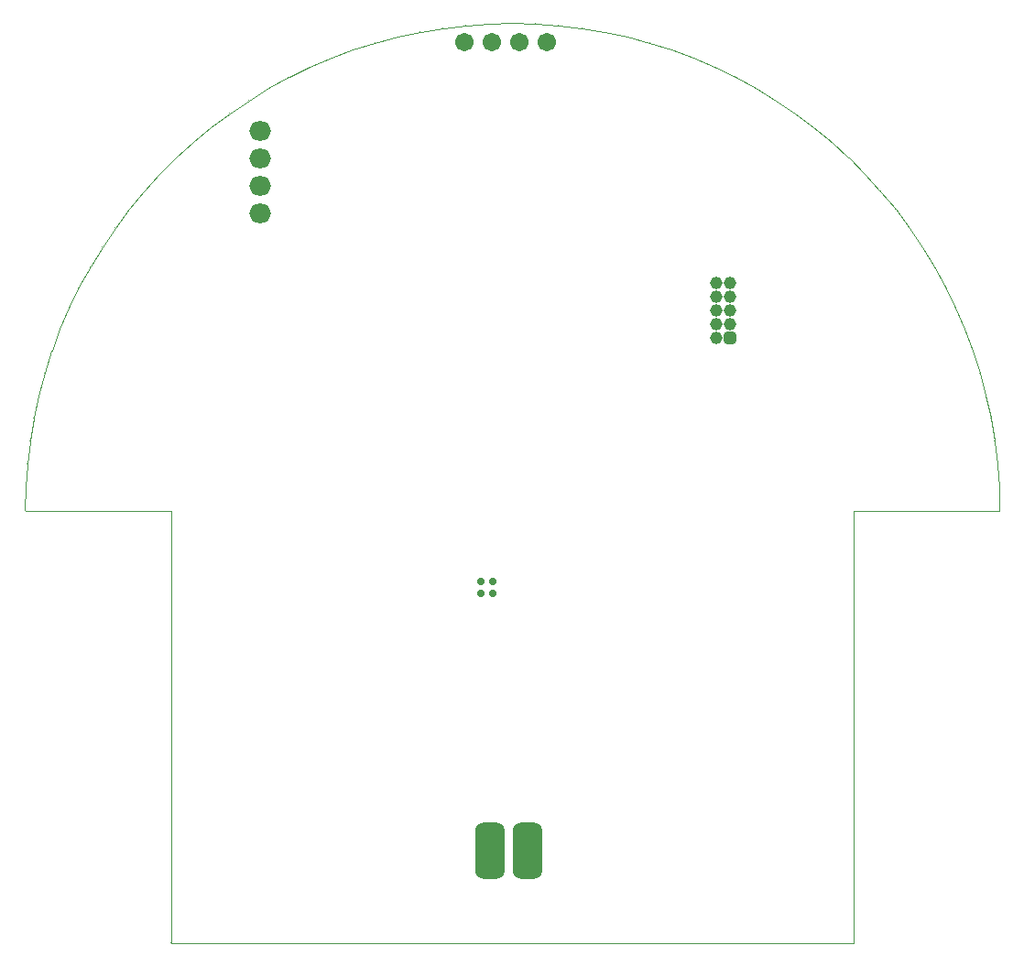
<source format=gbs>
%FSLAX25Y25*%
%MOIN*%
G70*
G01*
G75*
G04 Layer_Color=16711935*
%ADD10R,0.03189X0.06299*%
%ADD11R,0.08268X0.11811*%
G04:AMPARAMS|DCode=12|XSize=98.43mil|YSize=196.85mil|CornerRadius=24.61mil|HoleSize=0mil|Usage=FLASHONLY|Rotation=180.000|XOffset=0mil|YOffset=0mil|HoleType=Round|Shape=RoundedRectangle|*
%AMROUNDEDRECTD12*
21,1,0.09843,0.14764,0,0,180.0*
21,1,0.04921,0.19685,0,0,180.0*
1,1,0.04921,-0.02461,0.07382*
1,1,0.04921,0.02461,0.07382*
1,1,0.04921,0.02461,-0.07382*
1,1,0.04921,-0.02461,-0.07382*
%
%ADD12ROUNDEDRECTD12*%
%ADD13C,0.05906*%
%ADD14R,0.07087X0.07087*%
%ADD15O,0.00984X0.03543*%
%ADD16O,0.03543X0.00984*%
G04:AMPARAMS|DCode=17|XSize=11.81mil|YSize=47.24mil|CornerRadius=2.95mil|HoleSize=0mil|Usage=FLASHONLY|Rotation=180.000|XOffset=0mil|YOffset=0mil|HoleType=Round|Shape=RoundedRectangle|*
%AMROUNDEDRECTD17*
21,1,0.01181,0.04134,0,0,180.0*
21,1,0.00591,0.04724,0,0,180.0*
1,1,0.00591,-0.00295,0.02067*
1,1,0.00591,0.00295,0.02067*
1,1,0.00591,0.00295,-0.02067*
1,1,0.00591,-0.00295,-0.02067*
%
%ADD17ROUNDEDRECTD17*%
G04:AMPARAMS|DCode=18|XSize=11.81mil|YSize=47.24mil|CornerRadius=2.95mil|HoleSize=0mil|Usage=FLASHONLY|Rotation=90.000|XOffset=0mil|YOffset=0mil|HoleType=Round|Shape=RoundedRectangle|*
%AMROUNDEDRECTD18*
21,1,0.01181,0.04134,0,0,90.0*
21,1,0.00591,0.04724,0,0,90.0*
1,1,0.00591,0.02067,0.00295*
1,1,0.00591,0.02067,-0.00295*
1,1,0.00591,-0.02067,-0.00295*
1,1,0.00591,-0.02067,0.00295*
%
%ADD18ROUNDEDRECTD18*%
G04:AMPARAMS|DCode=19|XSize=41.34mil|YSize=47.24mil|CornerRadius=10.34mil|HoleSize=0mil|Usage=FLASHONLY|Rotation=180.000|XOffset=0mil|YOffset=0mil|HoleType=Round|Shape=RoundedRectangle|*
%AMROUNDEDRECTD19*
21,1,0.04134,0.02658,0,0,180.0*
21,1,0.02067,0.04724,0,0,180.0*
1,1,0.02067,-0.01034,0.01329*
1,1,0.02067,0.01034,0.01329*
1,1,0.02067,0.01034,-0.01329*
1,1,0.02067,-0.01034,-0.01329*
%
%ADD19ROUNDEDRECTD19*%
G04:AMPARAMS|DCode=20|XSize=41.34mil|YSize=47.24mil|CornerRadius=10.34mil|HoleSize=0mil|Usage=FLASHONLY|Rotation=270.000|XOffset=0mil|YOffset=0mil|HoleType=Round|Shape=RoundedRectangle|*
%AMROUNDEDRECTD20*
21,1,0.04134,0.02658,0,0,270.0*
21,1,0.02067,0.04724,0,0,270.0*
1,1,0.02067,-0.01329,-0.01034*
1,1,0.02067,-0.01329,0.01034*
1,1,0.02067,0.01329,0.01034*
1,1,0.02067,0.01329,-0.01034*
%
%ADD20ROUNDEDRECTD20*%
G04:AMPARAMS|DCode=21|XSize=21.65mil|YSize=39.37mil|CornerRadius=5.41mil|HoleSize=0mil|Usage=FLASHONLY|Rotation=270.000|XOffset=0mil|YOffset=0mil|HoleType=Round|Shape=RoundedRectangle|*
%AMROUNDEDRECTD21*
21,1,0.02165,0.02854,0,0,270.0*
21,1,0.01083,0.03937,0,0,270.0*
1,1,0.01083,-0.01427,-0.00541*
1,1,0.01083,-0.01427,0.00541*
1,1,0.01083,0.01427,0.00541*
1,1,0.01083,0.01427,-0.00541*
%
%ADD21ROUNDEDRECTD21*%
%ADD22C,0.01575*%
%ADD23C,0.00787*%
%ADD24C,0.00394*%
%ADD25C,0.00394*%
%ADD26O,0.07087X0.06299*%
G04:AMPARAMS|DCode=27|XSize=37.4mil|YSize=37.4mil|CornerRadius=9.35mil|HoleSize=0mil|Usage=FLASHONLY|Rotation=90.000|XOffset=0mil|YOffset=0mil|HoleType=Round|Shape=RoundedRectangle|*
%AMROUNDEDRECTD27*
21,1,0.03740,0.01870,0,0,90.0*
21,1,0.01870,0.03740,0,0,90.0*
1,1,0.01870,0.00935,0.00935*
1,1,0.01870,0.00935,-0.00935*
1,1,0.01870,-0.00935,-0.00935*
1,1,0.01870,-0.00935,0.00935*
%
%ADD27ROUNDEDRECTD27*%
%ADD28C,0.03740*%
%ADD29C,0.01969*%
%ADD30C,0.03937*%
%ADD31C,0.00984*%
%ADD32C,0.01000*%
%ADD33R,0.03989X0.07099*%
%ADD34R,0.09068X0.12611*%
G04:AMPARAMS|DCode=35|XSize=106.42mil|YSize=204.85mil|CornerRadius=28.61mil|HoleSize=0mil|Usage=FLASHONLY|Rotation=180.000|XOffset=0mil|YOffset=0mil|HoleType=Round|Shape=RoundedRectangle|*
%AMROUNDEDRECTD35*
21,1,0.10642,0.14764,0,0,180.0*
21,1,0.04921,0.20485,0,0,180.0*
1,1,0.05721,-0.02461,0.07382*
1,1,0.05721,0.02461,0.07382*
1,1,0.05721,0.02461,-0.07382*
1,1,0.05721,-0.02461,-0.07382*
%
%ADD35ROUNDEDRECTD35*%
%ADD36C,0.06706*%
%ADD37R,0.07887X0.07887*%
%ADD38O,0.01784X0.04343*%
%ADD39O,0.04343X0.01784*%
G04:AMPARAMS|DCode=40|XSize=19.81mil|YSize=55.24mil|CornerRadius=6.95mil|HoleSize=0mil|Usage=FLASHONLY|Rotation=180.000|XOffset=0mil|YOffset=0mil|HoleType=Round|Shape=RoundedRectangle|*
%AMROUNDEDRECTD40*
21,1,0.01981,0.04134,0,0,180.0*
21,1,0.00591,0.05524,0,0,180.0*
1,1,0.01391,-0.00295,0.02067*
1,1,0.01391,0.00295,0.02067*
1,1,0.01391,0.00295,-0.02067*
1,1,0.01391,-0.00295,-0.02067*
%
%ADD40ROUNDEDRECTD40*%
G04:AMPARAMS|DCode=41|XSize=19.81mil|YSize=55.24mil|CornerRadius=6.95mil|HoleSize=0mil|Usage=FLASHONLY|Rotation=90.000|XOffset=0mil|YOffset=0mil|HoleType=Round|Shape=RoundedRectangle|*
%AMROUNDEDRECTD41*
21,1,0.01981,0.04134,0,0,90.0*
21,1,0.00591,0.05524,0,0,90.0*
1,1,0.01391,0.02067,0.00295*
1,1,0.01391,0.02067,-0.00295*
1,1,0.01391,-0.02067,-0.00295*
1,1,0.01391,-0.02067,0.00295*
%
%ADD41ROUNDEDRECTD41*%
G04:AMPARAMS|DCode=42|XSize=49.34mil|YSize=55.24mil|CornerRadius=14.34mil|HoleSize=0mil|Usage=FLASHONLY|Rotation=180.000|XOffset=0mil|YOffset=0mil|HoleType=Round|Shape=RoundedRectangle|*
%AMROUNDEDRECTD42*
21,1,0.04934,0.02658,0,0,180.0*
21,1,0.02067,0.05524,0,0,180.0*
1,1,0.02867,-0.01034,0.01329*
1,1,0.02867,0.01034,0.01329*
1,1,0.02867,0.01034,-0.01329*
1,1,0.02867,-0.01034,-0.01329*
%
%ADD42ROUNDEDRECTD42*%
G04:AMPARAMS|DCode=43|XSize=49.34mil|YSize=55.24mil|CornerRadius=14.34mil|HoleSize=0mil|Usage=FLASHONLY|Rotation=270.000|XOffset=0mil|YOffset=0mil|HoleType=Round|Shape=RoundedRectangle|*
%AMROUNDEDRECTD43*
21,1,0.04934,0.02658,0,0,270.0*
21,1,0.02067,0.05524,0,0,270.0*
1,1,0.02867,-0.01329,-0.01034*
1,1,0.02867,-0.01329,0.01034*
1,1,0.02867,0.01329,0.01034*
1,1,0.02867,0.01329,-0.01034*
%
%ADD43ROUNDEDRECTD43*%
G04:AMPARAMS|DCode=44|XSize=29.65mil|YSize=47.37mil|CornerRadius=9.41mil|HoleSize=0mil|Usage=FLASHONLY|Rotation=270.000|XOffset=0mil|YOffset=0mil|HoleType=Round|Shape=RoundedRectangle|*
%AMROUNDEDRECTD44*
21,1,0.02965,0.02854,0,0,270.0*
21,1,0.01083,0.04737,0,0,270.0*
1,1,0.01883,-0.01427,-0.00541*
1,1,0.01883,-0.01427,0.00541*
1,1,0.01883,0.01427,0.00541*
1,1,0.01883,0.01427,-0.00541*
%
%ADD44ROUNDEDRECTD44*%
%ADD45O,0.07887X0.07099*%
G04:AMPARAMS|DCode=46|XSize=45.4mil|YSize=45.4mil|CornerRadius=13.35mil|HoleSize=0mil|Usage=FLASHONLY|Rotation=90.000|XOffset=0mil|YOffset=0mil|HoleType=Round|Shape=RoundedRectangle|*
%AMROUNDEDRECTD46*
21,1,0.04540,0.01870,0,0,90.0*
21,1,0.01870,0.04540,0,0,90.0*
1,1,0.02670,0.00935,0.00935*
1,1,0.02670,0.00935,-0.00935*
1,1,0.02670,-0.00935,-0.00935*
1,1,0.02670,-0.00935,0.00935*
%
%ADD46ROUNDEDRECTD46*%
%ADD47C,0.04540*%
%ADD48C,0.02769*%
D24*
X95893Y306684D02*
G03*
X95885Y306690I-110J-163D01*
G01*
X95894Y306684D02*
G03*
X95885Y306690I-111J-162D01*
G01*
X88685Y311078D02*
G03*
X88677Y311083I-103J-168D01*
G01*
X102884Y301953D02*
G03*
X102876Y301958I-118J-158D01*
G01*
X102884Y301953D02*
G03*
X102875Y301959I-118J-158D01*
G01*
X81269Y315128D02*
G03*
X81267Y315129I-87J-177D01*
G01*
X81276Y315124D02*
G03*
X81269Y315128I-94J-173D01*
G01*
X81276Y315124D02*
G03*
X81268Y315128I-94J-173D01*
G01*
X73682Y318813D02*
G03*
X73675Y318817I-85J-178D01*
G01*
X73684Y318812D02*
G03*
X73682Y318813I-87J-177D01*
G01*
X73683Y318813D02*
G03*
X73675Y318817I-86J-177D01*
G01*
X88685Y311078D02*
G03*
X88677Y311083I-103J-168D01*
G01*
X122397Y285840D02*
G03*
X122390Y285847I-139J-139D01*
G01*
X128366Y279872D02*
G03*
X128360Y279878I-145J-133D01*
G01*
X128367Y279870D02*
G03*
X128366Y279872I-146J-132D01*
G01*
X122391Y285846D02*
G03*
X122390Y285847I-133J-145D01*
G01*
X122397Y285840D02*
G03*
X122391Y285846I-139J-139D01*
G01*
X134045Y273624D02*
G03*
X134038Y273631I-152J-125D01*
G01*
X128366Y279871D02*
G03*
X128360Y279878I-146J-132D01*
G01*
X109642Y296894D02*
G03*
X109634Y296899I-125J-152D01*
G01*
X109642Y296894D02*
G03*
X109634Y296899I-125J-152D01*
G01*
X116150Y291519D02*
G03*
X116144Y291525I-132J-146D01*
G01*
X116152Y291518D02*
G03*
X116150Y291519I-133J-145D01*
G01*
X116151Y291519D02*
G03*
X116144Y291525I-132J-146D01*
G01*
X25247Y333036D02*
G03*
X25236Y333038I-34J-194D01*
G01*
X25246Y333037D02*
G03*
X25236Y333038I-33J-194D01*
G01*
X16864Y334039D02*
G03*
X16855Y334040I-23J-196D01*
G01*
X33570Y331637D02*
G03*
X33561Y331638I-42J-192D01*
G01*
X33571Y331637D02*
G03*
X33570Y331637I-42J-192D01*
G01*
X33571Y331637D02*
G03*
X33560Y331639I-42J-192D01*
G01*
X8444Y334641D02*
G03*
X8433Y334642I-14J-196D01*
G01*
X8444Y334641D02*
G03*
X8434Y334642I-14J-196D01*
G01*
X6Y334842D02*
G03*
X-5Y334843I-6J-197D01*
G01*
X16864Y334039D02*
G03*
X16855Y334040I-23J-196D01*
G01*
X58013Y325086D02*
G03*
X58005Y325089I-68J-185D01*
G01*
X58015Y325086D02*
G03*
X58013Y325086I-69J-184D01*
G01*
X65923Y322136D02*
G03*
X65914Y322140I-78J-181D01*
G01*
X58014Y325086D02*
G03*
X58005Y325089I-69J-184D01*
G01*
X65915Y322139D02*
G03*
X65914Y322140I-69J-184D01*
G01*
X65923Y322136D02*
G03*
X65915Y322139I-78J-181D01*
G01*
X41819Y329842D02*
G03*
X41810Y329844I-51J-190D01*
G01*
X41820Y329842D02*
G03*
X41819Y329842I-51J-190D01*
G01*
X41819Y329842D02*
G03*
X41810Y329844I-51J-190D01*
G01*
X49973Y327657D02*
G03*
X49964Y327660I-60J-188D01*
G01*
X49964Y327659D02*
G03*
X49964Y327660I-51J-190D01*
G01*
X49973Y327657D02*
G03*
X49964Y327659I-60J-188D01*
G01*
X172364Y199291D02*
G03*
X172362Y199300I-192J-42D01*
G01*
X172364Y199290D02*
G03*
X172364Y199291I-192J-42D01*
G01*
X170179Y207445D02*
G03*
X170176Y207454I-190J-51D01*
G01*
X170179Y207444D02*
G03*
X170179Y207445I-190J-51D01*
G01*
X172362Y199299D02*
G03*
X172362Y199300I-190J-51D01*
G01*
X172364Y199291D02*
G03*
X172362Y199299I-192J-42D01*
G01*
X174158Y191041D02*
G03*
X174156Y191051I-194J-32D01*
G01*
X174158Y191042D02*
G03*
X174156Y191051I-194J-33D01*
G01*
X167609Y215485D02*
G03*
X167606Y215494I-188J-60D01*
G01*
X167606Y215494D02*
G03*
X167606Y215495I-185J-68D01*
G01*
X167609Y215485D02*
G03*
X167606Y215494I-188J-60D01*
G01*
X164659Y223395D02*
G03*
X164656Y223404I-184J-69D01*
G01*
X164659Y223394D02*
G03*
X164659Y223395I-185J-68D01*
G01*
X170179Y207445D02*
G03*
X170176Y207454I-190J-51D01*
G01*
X177162Y165914D02*
G03*
X177161Y165924I-197J-3D01*
G01*
X177162Y165910D02*
G03*
X177162Y165914I-197J0D01*
G01*
X176560Y174335D02*
G03*
X176559Y174344I-196J-14D01*
G01*
X177162Y165915D02*
G03*
X177161Y165924I-197J-5D01*
G01*
X177362Y157480D02*
G03*
X177362Y157485I-197J0D01*
G01*
X177362Y157480D02*
G03*
X177362Y157486I-197J0D01*
G01*
X177165Y157283D02*
G03*
X177362Y157480I0J197D01*
G01*
X177165Y157283D02*
G03*
X177362Y157480I0J197D01*
G01*
X175558Y182717D02*
G03*
X175556Y182726I-196J-23D01*
G01*
X176560Y174335D02*
G03*
X176559Y174344I-196J-14D01*
G01*
X175558Y182717D02*
G03*
X175556Y182727I-196J-23D01*
G01*
X149209Y253366D02*
G03*
X149203Y253375I-168J-103D01*
G01*
X149209Y253366D02*
G03*
X149204Y253374I-168J-103D01*
G01*
X144478Y260356D02*
G03*
X144472Y260364I-164J-109D01*
G01*
X153603Y246157D02*
G03*
X153598Y246165I-173J-94D01*
G01*
X153603Y246157D02*
G03*
X153598Y246165I-173J-94D01*
G01*
X139419Y267115D02*
G03*
X139413Y267122I-158J-118D01*
G01*
X139419Y267115D02*
G03*
X139413Y267122I-158J-118D01*
G01*
X134039Y273631D02*
G03*
X134038Y273632I-146J-132D01*
G01*
X134045Y273624D02*
G03*
X134039Y273631I-152J-125D01*
G01*
X144478Y260357D02*
G03*
X144472Y260364I-163J-110D01*
G01*
X161333Y231163D02*
G03*
X161332Y231164I-178J-85D01*
G01*
X161336Y231155D02*
G03*
X161333Y231163I-181J-78D01*
G01*
X161336Y231155D02*
G03*
X161332Y231164I-181J-78D01*
G01*
X157648Y238749D02*
G03*
X157644Y238757I-177J-87D01*
G01*
X157648Y238747D02*
G03*
X157648Y238749I-178J-85D01*
G01*
X164659Y223395D02*
G03*
X164656Y223404I-184J-69D01*
G01*
X157648Y238748D02*
G03*
X157644Y238757I-177J-86D01*
G01*
X124016Y-197D02*
G03*
X124213Y0I0J197D01*
G01*
X124016Y-197D02*
G03*
X124213Y0I0J197D01*
G01*
X5Y334843D02*
G03*
X-6Y334842I-5J-197D01*
G01*
X-8433Y334642D02*
G03*
X-8444Y334641I3J-197D01*
G01*
X-8435Y334642D02*
G03*
X-8444Y334641I5J-197D01*
G01*
X-16855Y334040D02*
G03*
X-16864Y334039I14J-196D01*
G01*
X-16855Y334040D02*
G03*
X-16864Y334039I14J-196D01*
G01*
X-25237Y333038D02*
G03*
X-25246Y333037I23J-196D01*
G01*
X-25237Y333038D02*
G03*
X-25247Y333036I23J-196D01*
G01*
X-33560Y331639D02*
G03*
X-33571Y331637I32J-194D01*
G01*
X-33562Y331638D02*
G03*
X-33571Y331637I33J-194D01*
G01*
X-41810Y329844D02*
G03*
X-41819Y329842I42J-192D01*
G01*
X-41819Y329842D02*
G03*
X-41820Y329842I51J-190D01*
G01*
X-41810Y329844D02*
G03*
X-41819Y329842I42J-192D01*
G01*
X-49965Y327659D02*
G03*
X-49973Y327657I51J-190D01*
G01*
X-49964Y327660D02*
G03*
X-49965Y327659I51J-190D01*
G01*
X-49964Y327660D02*
G03*
X-49973Y327657I51J-190D01*
G01*
X-58005Y325089D02*
G03*
X-58014Y325086I60J-188D01*
G01*
X-58013Y325086D02*
G03*
X-58015Y325086I68J-185D01*
G01*
X-58005Y325089D02*
G03*
X-58013Y325086I60J-188D01*
G01*
X-65915Y322139D02*
G03*
X-65923Y322136I69J-184D01*
G01*
X-65914Y322140D02*
G03*
X-65915Y322139I68J-185D01*
G01*
X-65915Y322139D02*
G03*
X-65923Y322136I69J-184D01*
G01*
X-73675Y318817D02*
G03*
X-73683Y318813I78J-181D01*
G01*
X-73682Y318813D02*
G03*
X-73684Y318812I85J-178D01*
G01*
X-73675Y318817D02*
G03*
X-73682Y318813I78J-181D01*
G01*
X-81269Y315128D02*
G03*
X-81276Y315124I87J-177D01*
G01*
X-81267Y315129D02*
G03*
X-81269Y315128I85J-178D01*
G01*
X-81268Y315128D02*
G03*
X-81276Y315124I86J-177D01*
G01*
X-88677Y311083D02*
G03*
X-88685Y311078I94J-173D01*
G01*
X-88677Y311083D02*
G03*
X-88685Y311078I94J-173D01*
G01*
X-95885Y306689D02*
G03*
X-95893Y306684I103J-168D01*
G01*
X-95885Y306689D02*
G03*
X-95894Y306684I103J-168D01*
G01*
X-102875Y301959D02*
G03*
X-102884Y301953I109J-164D01*
G01*
X-102876Y301958D02*
G03*
X-102884Y301953I110J-163D01*
G01*
X-109634Y296899D02*
G03*
X-109642Y296894I118J-158D01*
G01*
X-109634Y296899D02*
G03*
X-109642Y296894I118J-158D01*
G01*
X-116144Y291525D02*
G03*
X-116151Y291519I125J-152D01*
G01*
X-116150Y291519D02*
G03*
X-116152Y291518I132J-146D01*
G01*
X-116144Y291525D02*
G03*
X-116150Y291519I125J-152D01*
G01*
X-122391Y285846D02*
G03*
X-122397Y285840I133J-145D01*
G01*
X-122390Y285847D02*
G03*
X-122391Y285846I132J-146D01*
G01*
X-122391Y285847D02*
G03*
X-122397Y285840I132J-146D01*
G01*
X-128360Y279878D02*
G03*
X-128366Y279871I139J-139D01*
G01*
X-128366Y279872D02*
G03*
X-128367Y279870I145J-133D01*
G01*
X-128360Y279878D02*
G03*
X-128366Y279872I139J-139D01*
G01*
X-134039Y273631D02*
G03*
X-134045Y273624I146J-132D01*
G01*
X-134038Y273632D02*
G03*
X-134039Y273631I145J-133D01*
G01*
X-134038Y273631D02*
G03*
X-134045Y273624I146J-132D01*
G01*
X-139413Y267122D02*
G03*
X-139419Y267115I152J-125D01*
G01*
X-139413Y267122D02*
G03*
X-139419Y267115I152J-125D01*
G01*
X-144472Y260364D02*
G03*
X-144478Y260357I158J-118D01*
G01*
X-144472Y260364D02*
G03*
X-144478Y260356I158J-118D01*
G01*
X-149203Y253375D02*
G03*
X-149209Y253366I162J-111D01*
G01*
X-149204Y253374D02*
G03*
X-149209Y253366I163J-110D01*
G01*
X-153598Y246165D02*
G03*
X-153603Y246157I168J-103D01*
G01*
X-153598Y246165D02*
G03*
X-153603Y246157I168J-103D01*
G01*
X-124213Y-0D02*
G03*
X-124016Y-197I197J0D01*
G01*
X-124213Y-0D02*
G03*
X-124016Y-197I197J0D01*
G01*
X-157644Y238756D02*
G03*
X-157648Y238748I173J-94D01*
G01*
X-157648Y238749D02*
G03*
X-157649Y238747I177J-87D01*
G01*
X-157644Y238756D02*
G03*
X-157648Y238749I173J-94D01*
G01*
X-161333Y231163D02*
G03*
X-161336Y231155I178J-85D01*
G01*
X-161332Y231164D02*
G03*
X-161333Y231163I177J-87D01*
G01*
X-161332Y231164D02*
G03*
X-161336Y231155I177J-86D01*
G01*
X-164656Y223404D02*
G03*
X-164659Y223395I181J-78D01*
G01*
X-164659Y223395D02*
G03*
X-164659Y223394I184J-69D01*
G01*
X-164656Y223404D02*
G03*
X-164659Y223395I181J-78D01*
G01*
X-167606Y215494D02*
G03*
X-167609Y215485I185J-68D01*
G01*
X-167606Y215495D02*
G03*
X-167606Y215494I184J-69D01*
G01*
X-167606Y215494D02*
G03*
X-167609Y215485I184J-69D01*
G01*
X-170177Y207453D02*
G03*
X-170179Y207445I188J-60D01*
G01*
X-170179Y207445D02*
G03*
X-170179Y207444I190J-51D01*
G01*
X-170177Y207453D02*
G03*
X-170179Y207445I188J-60D01*
G01*
X-172362Y199299D02*
G03*
X-172364Y199291I190J-51D01*
G01*
X-172362Y199300D02*
G03*
X-172362Y199299I190J-51D01*
G01*
X-172364Y199291D02*
G03*
X-172364Y199290I192J-42D01*
G01*
X-172362Y199300D02*
G03*
X-172364Y199291I190J-51D01*
G01*
X-174156Y191051D02*
G03*
X-174158Y191042I192J-42D01*
G01*
X-174156Y191051D02*
G03*
X-174158Y191041I192J-42D01*
G01*
X-175556Y182727D02*
G03*
X-175558Y182717I194J-34D01*
G01*
X-175556Y182726D02*
G03*
X-175558Y182717I194J-33D01*
G01*
X-176559Y174344D02*
G03*
X-176560Y174335I196J-23D01*
G01*
X-176559Y174344D02*
G03*
X-176560Y174335I196J-23D01*
G01*
X-177161Y165924D02*
G03*
X-177162Y165915I196J-14D01*
G01*
X-177161Y165924D02*
G03*
X-177162Y165914I196J-14D01*
G01*
X-177362Y157485D02*
G03*
X-177165Y157283I197J-5D01*
G01*
X-177362Y157486D02*
G03*
X-177165Y157283I197J-6D01*
G01*
X88685Y311078D02*
X95885Y306690D01*
X102884Y301953D02*
X109634Y296899D01*
X102875Y301959D02*
X102876Y301958D01*
X95894Y306684D02*
X102875Y301959D01*
X95893Y306684D02*
X95894Y306684D01*
X81268Y315128D02*
X81269Y315128D01*
X81267Y315129D02*
X81268Y315128D01*
X73684Y318812D02*
X81267Y315129D01*
X73683Y318813D02*
X73684Y318812D01*
X73682Y318813D02*
X73683Y318813D01*
X81276Y315124D02*
X88677Y311083D01*
X122397Y285840D02*
X128360Y279878D01*
X122390Y285847D02*
X122391Y285846D01*
X122390Y285847D02*
X122390Y285847D01*
X116152Y291518D02*
X122390Y285847D01*
X116151Y291519D02*
X116152Y291518D01*
X116150Y291519D02*
X116151Y291519D01*
X128366Y279872D02*
X128366Y279871D01*
X128367Y279870D01*
X134038Y273632D01*
X134038Y273631D01*
X134039Y273631D01*
X109642Y296894D02*
X116144Y291525D01*
X16864Y334039D02*
X25236Y333038D01*
X41810Y329844D02*
X41810Y329844D01*
X41810Y329844D02*
X41810Y329844D01*
X33571Y331637D02*
X41810Y329844D01*
X33571Y331637D02*
X33571Y331637D01*
X33570Y331637D02*
X33571Y331637D01*
X33560Y331639D02*
X33561Y331638D01*
X25247Y333036D02*
X33560Y331639D01*
X25246Y333037D02*
X25247Y333036D01*
X8433Y334642D02*
X8434Y334642D01*
X6Y334842D02*
X8433Y334642D01*
X5Y334843D02*
X6Y334842D01*
X8444Y334641D02*
X16855Y334040D01*
X65914Y322140D02*
X65915Y322139D01*
X65914Y322140D02*
X65914Y322140D01*
X58015Y325086D02*
X65914Y322140D01*
X58014Y325086D02*
X58015Y325086D01*
X58013Y325086D02*
X58014Y325086D01*
X49973Y327657D02*
X58005Y325089D01*
X65923Y322136D02*
X73675Y318817D01*
X49964Y327660D02*
X49964Y327659D01*
X49964Y327660D02*
X49964Y327660D01*
X41820Y329842D02*
X49964Y327660D01*
X41819Y329842D02*
X41820Y329842D01*
X41819Y329842D02*
X41819Y329842D01*
X172364Y199291D02*
X172364Y199291D01*
X172364Y199290D01*
X174156Y191051D01*
X174156Y191051D01*
X174156Y191051D01*
X170179Y207445D02*
X170179Y207445D01*
X170179Y207444D01*
X172362Y199300D01*
X172362Y199300D01*
X172362Y199299D01*
X174158Y191042D02*
X174158Y191041D01*
X175556Y182727D01*
X175556Y182726D01*
X164659Y223395D02*
X164659Y223395D01*
X164659Y223394D01*
X167606Y215495D01*
X167606Y215494D01*
X167606Y215494D01*
X167609Y215485D02*
X170176Y207454D01*
X177162Y165915D02*
X177162Y165914D01*
X177362Y157486D01*
X177362Y157485D01*
X176560Y174335D02*
X177161Y165924D01*
X175558Y182717D02*
X176559Y174344D01*
X124213Y157283D02*
X177165Y157283D01*
X144478Y260357D02*
X144478Y260356D01*
X149203Y253375D01*
X149204Y253374D01*
X149209Y253366D02*
X153598Y246165D01*
X134045Y273624D02*
X139413Y267122D01*
X139419Y267115D02*
X144472Y260364D01*
X157648Y238749D02*
X157648Y238748D01*
X157648Y238747D01*
X161332Y231164D01*
X161332Y231164D01*
X161333Y231163D01*
X161336Y231155D02*
X164656Y223404D01*
X153603Y246157D02*
X157644Y238757D01*
X124213Y0D02*
Y157283D01*
X-6Y334842D02*
X-5Y334843D01*
X-8433Y334642D02*
X-6Y334842D01*
X-8435Y334642D02*
X-8433Y334642D01*
X-16855Y334040D02*
X-8444Y334641D01*
X-25237Y333038D02*
X-16864Y334039D01*
X-25247Y333036D02*
X-25246Y333037D01*
X-33560Y331639D02*
X-25247Y333036D01*
X-33562Y331638D02*
X-33560Y331639D01*
X-41810Y329844D02*
X-33571Y331637D01*
X-41819Y329842D02*
X-41819Y329842D01*
X-41820Y329842D02*
X-41819Y329842D01*
X-49964Y327660D02*
X-41820Y329842D01*
X-49964Y327660D02*
X-49964Y327660D01*
X-49965Y327659D02*
X-49964Y327660D01*
X-58005Y325089D02*
X-49973Y327657D01*
X-58014Y325086D02*
X-58013Y325086D01*
X-58015Y325086D02*
X-58014Y325086D01*
X-65914Y322140D02*
X-58015Y325086D01*
X-65915Y322139D02*
X-65914Y322140D01*
X-65915Y322139D02*
X-65915Y322139D01*
X-73675Y318817D02*
X-65923Y322136D01*
X-73683Y318813D02*
X-73682Y318813D01*
X-73684Y318812D02*
X-73683Y318813D01*
X-81267Y315129D02*
X-73684Y318812D01*
X-81268Y315128D02*
X-81267Y315129D01*
X-81269Y315128D02*
X-81268Y315128D01*
X-88677Y311083D02*
X-81276Y315124D01*
X-95885Y306689D02*
X-88685Y311078D01*
X-95894Y306684D02*
X-95893Y306684D01*
X-102875Y301959D02*
X-95894Y306684D01*
X-102876Y301958D02*
X-102875Y301959D01*
X-109634Y296899D02*
X-102884Y301953D01*
X-116144Y291525D02*
X-109642Y296894D01*
X-116151Y291519D02*
X-116150Y291519D01*
X-116152Y291518D02*
X-116151Y291519D01*
X-122390Y285847D02*
X-116152Y291518D01*
X-122391Y285847D02*
X-122390Y285847D01*
X-122391Y285846D02*
X-122391Y285847D01*
X-128360Y279878D02*
X-122397Y285840D01*
X-128366Y279871D02*
X-128366Y279872D01*
X-128367Y279870D02*
X-128366Y279871D01*
X-134038Y273632D02*
X-128367Y279870D01*
X-134038Y273631D02*
X-134038Y273632D01*
X-134039Y273631D02*
X-134038Y273631D01*
X-139413Y267122D02*
X-134045Y273624D01*
X-144472Y260364D02*
X-139419Y267115D01*
X-144478Y260356D02*
X-144478Y260357D01*
X-149203Y253375D02*
X-144478Y260356D01*
X-149204Y253374D02*
X-149203Y253375D01*
X-153598Y246165D02*
X-149209Y253366D01*
X-124016Y-197D02*
X124016Y-197D01*
X-124213Y-0D02*
Y157283D01*
X-157644Y238756D02*
X-153603Y246157D01*
X-157648Y238748D02*
X-157648Y238749D01*
X-157649Y238747D02*
X-157648Y238748D01*
X-161332Y231164D02*
X-157649Y238747D01*
X-161332Y231164D02*
X-161332Y231164D01*
X-161333Y231163D02*
X-161332Y231164D01*
X-177165Y157283D02*
X-124213Y157283D01*
X-164656Y223404D02*
X-161336Y231155D01*
X-164659Y223395D02*
X-164659Y223395D01*
X-164659Y223394D02*
X-164659Y223395D01*
X-167606Y215495D02*
X-164659Y223394D01*
X-167606Y215494D02*
X-167606Y215495D01*
X-167606Y215494D02*
X-167606Y215494D01*
X-170177Y207453D02*
X-167609Y215485D01*
X-170179Y207445D02*
X-170179Y207445D01*
X-170179Y207444D02*
X-170179Y207445D01*
X-172362Y199300D02*
X-170179Y207444D01*
X-172362Y199300D02*
X-172362Y199300D01*
X-172362Y199299D02*
X-172362Y199300D01*
X-172364Y199291D02*
X-172364Y199291D01*
X-172364Y199290D02*
X-172364Y199291D01*
X-174156Y191051D02*
X-172364Y199290D01*
X-174156Y191051D02*
X-174156Y191051D01*
X-174156Y191051D02*
X-174156Y191051D01*
X-174158Y191041D02*
X-174158Y191042D01*
X-175556Y182727D02*
X-174158Y191041D01*
X-175556Y182726D02*
X-175556Y182727D01*
X-176559Y174344D02*
X-175558Y182717D01*
X-177161Y165924D02*
X-176560Y174335D01*
X-177162Y165914D02*
X-177162Y165915D01*
X-177362Y157486D02*
X-177162Y165914D01*
X-177362Y157485D02*
X-177362Y157486D01*
D25*
X41810Y329844D02*
D03*
X174156Y191051D02*
D03*
X-174156Y191051D02*
D03*
D35*
X5709Y33661D02*
D03*
X-8071D02*
D03*
D36*
X-6181D02*
D03*
X3819D02*
D03*
X-17461Y327854D02*
D03*
X-7461D02*
D03*
X2539D02*
D03*
X12539D02*
D03*
D45*
X-91831Y295709D02*
D03*
Y285709D02*
D03*
Y265709D02*
D03*
Y275709D02*
D03*
D46*
X79173Y220315D02*
D03*
D47*
X74173D02*
D03*
X79173Y225315D02*
D03*
Y230315D02*
D03*
X74173Y225315D02*
D03*
Y230315D02*
D03*
X79173Y235315D02*
D03*
Y240315D02*
D03*
X74173Y235315D02*
D03*
Y240315D02*
D03*
D48*
X-7087Y127067D02*
D03*
X-11417D02*
D03*
X-7087Y131398D02*
D03*
X-11417D02*
D03*
M02*

</source>
